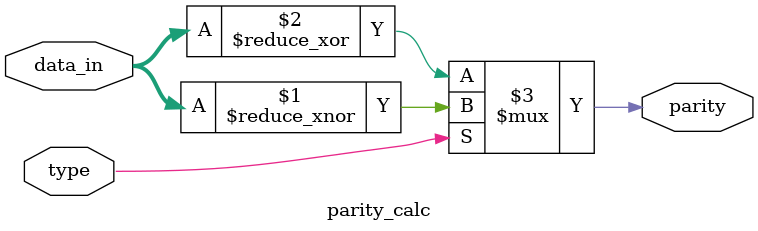
<source format=v>
module parity_calc (
    input wire [7:0] data_in,
    input wire type,
    output wire parity

);

assign parity = type ? (~^data_in):(^data_in);

endmodule

</source>
